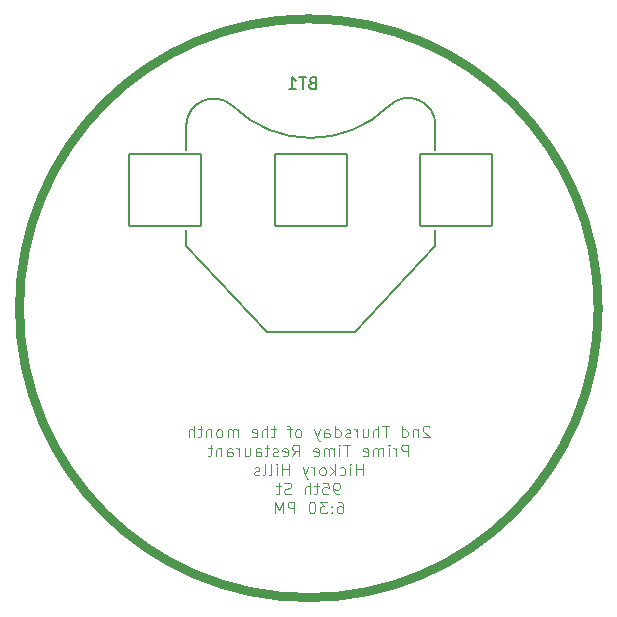
<source format=gbr>
G04 #@! TF.GenerationSoftware,KiCad,Pcbnew,8.0.6*
G04 #@! TF.CreationDate,2024-12-11T21:51:18-06:00*
G04 #@! TF.ProjectId,BCoin2024,42436f69-6e32-4303-9234-2e6b69636164,rev?*
G04 #@! TF.SameCoordinates,Original*
G04 #@! TF.FileFunction,Legend,Bot*
G04 #@! TF.FilePolarity,Positive*
%FSLAX46Y46*%
G04 Gerber Fmt 4.6, Leading zero omitted, Abs format (unit mm)*
G04 Created by KiCad (PCBNEW 8.0.6) date 2024-12-11 21:51:18*
%MOMM*%
%LPD*%
G01*
G04 APERTURE LIST*
G04 Aperture macros list*
%AMRoundRect*
0 Rectangle with rounded corners*
0 $1 Rounding radius*
0 $2 $3 $4 $5 $6 $7 $8 $9 X,Y pos of 4 corners*
0 Add a 4 corners polygon primitive as box body*
4,1,4,$2,$3,$4,$5,$6,$7,$8,$9,$2,$3,0*
0 Add four circle primitives for the rounded corners*
1,1,$1+$1,$2,$3*
1,1,$1+$1,$4,$5*
1,1,$1+$1,$6,$7*
1,1,$1+$1,$8,$9*
0 Add four rect primitives between the rounded corners*
20,1,$1+$1,$2,$3,$4,$5,0*
20,1,$1+$1,$4,$5,$6,$7,0*
20,1,$1+$1,$6,$7,$8,$9,0*
20,1,$1+$1,$8,$9,$2,$3,0*%
G04 Aperture macros list end*
%ADD10C,0.800000*%
%ADD11C,0.100000*%
%ADD12C,0.150000*%
%ADD13C,0.127000*%
%ADD14RoundRect,0.102000X3.035000X3.035000X-3.035000X3.035000X-3.035000X-3.035000X3.035000X-3.035000X0*%
G04 APERTURE END LIST*
D10*
X159000000Y-90000000D02*
G75*
G02*
X110000000Y-90000000I-24500000J0D01*
G01*
X110000000Y-90000000D02*
G75*
G02*
X159000000Y-90000000I24500000J0D01*
G01*
D11*
X144714287Y-100027881D02*
X144666668Y-99980262D01*
X144666668Y-99980262D02*
X144571430Y-99932643D01*
X144571430Y-99932643D02*
X144333335Y-99932643D01*
X144333335Y-99932643D02*
X144238097Y-99980262D01*
X144238097Y-99980262D02*
X144190478Y-100027881D01*
X144190478Y-100027881D02*
X144142859Y-100123119D01*
X144142859Y-100123119D02*
X144142859Y-100218357D01*
X144142859Y-100218357D02*
X144190478Y-100361214D01*
X144190478Y-100361214D02*
X144761906Y-100932643D01*
X144761906Y-100932643D02*
X144142859Y-100932643D01*
X143714287Y-100265976D02*
X143714287Y-100932643D01*
X143714287Y-100361214D02*
X143666668Y-100313595D01*
X143666668Y-100313595D02*
X143571430Y-100265976D01*
X143571430Y-100265976D02*
X143428573Y-100265976D01*
X143428573Y-100265976D02*
X143333335Y-100313595D01*
X143333335Y-100313595D02*
X143285716Y-100408833D01*
X143285716Y-100408833D02*
X143285716Y-100932643D01*
X142380954Y-100932643D02*
X142380954Y-99932643D01*
X142380954Y-100885024D02*
X142476192Y-100932643D01*
X142476192Y-100932643D02*
X142666668Y-100932643D01*
X142666668Y-100932643D02*
X142761906Y-100885024D01*
X142761906Y-100885024D02*
X142809525Y-100837404D01*
X142809525Y-100837404D02*
X142857144Y-100742166D01*
X142857144Y-100742166D02*
X142857144Y-100456452D01*
X142857144Y-100456452D02*
X142809525Y-100361214D01*
X142809525Y-100361214D02*
X142761906Y-100313595D01*
X142761906Y-100313595D02*
X142666668Y-100265976D01*
X142666668Y-100265976D02*
X142476192Y-100265976D01*
X142476192Y-100265976D02*
X142380954Y-100313595D01*
X141285715Y-99932643D02*
X140714287Y-99932643D01*
X141000001Y-100932643D02*
X141000001Y-99932643D01*
X140380953Y-100932643D02*
X140380953Y-99932643D01*
X139952382Y-100932643D02*
X139952382Y-100408833D01*
X139952382Y-100408833D02*
X140000001Y-100313595D01*
X140000001Y-100313595D02*
X140095239Y-100265976D01*
X140095239Y-100265976D02*
X140238096Y-100265976D01*
X140238096Y-100265976D02*
X140333334Y-100313595D01*
X140333334Y-100313595D02*
X140380953Y-100361214D01*
X139047620Y-100265976D02*
X139047620Y-100932643D01*
X139476191Y-100265976D02*
X139476191Y-100789785D01*
X139476191Y-100789785D02*
X139428572Y-100885024D01*
X139428572Y-100885024D02*
X139333334Y-100932643D01*
X139333334Y-100932643D02*
X139190477Y-100932643D01*
X139190477Y-100932643D02*
X139095239Y-100885024D01*
X139095239Y-100885024D02*
X139047620Y-100837404D01*
X138571429Y-100932643D02*
X138571429Y-100265976D01*
X138571429Y-100456452D02*
X138523810Y-100361214D01*
X138523810Y-100361214D02*
X138476191Y-100313595D01*
X138476191Y-100313595D02*
X138380953Y-100265976D01*
X138380953Y-100265976D02*
X138285715Y-100265976D01*
X138000000Y-100885024D02*
X137904762Y-100932643D01*
X137904762Y-100932643D02*
X137714286Y-100932643D01*
X137714286Y-100932643D02*
X137619048Y-100885024D01*
X137619048Y-100885024D02*
X137571429Y-100789785D01*
X137571429Y-100789785D02*
X137571429Y-100742166D01*
X137571429Y-100742166D02*
X137619048Y-100646928D01*
X137619048Y-100646928D02*
X137714286Y-100599309D01*
X137714286Y-100599309D02*
X137857143Y-100599309D01*
X137857143Y-100599309D02*
X137952381Y-100551690D01*
X137952381Y-100551690D02*
X138000000Y-100456452D01*
X138000000Y-100456452D02*
X138000000Y-100408833D01*
X138000000Y-100408833D02*
X137952381Y-100313595D01*
X137952381Y-100313595D02*
X137857143Y-100265976D01*
X137857143Y-100265976D02*
X137714286Y-100265976D01*
X137714286Y-100265976D02*
X137619048Y-100313595D01*
X136714286Y-100932643D02*
X136714286Y-99932643D01*
X136714286Y-100885024D02*
X136809524Y-100932643D01*
X136809524Y-100932643D02*
X137000000Y-100932643D01*
X137000000Y-100932643D02*
X137095238Y-100885024D01*
X137095238Y-100885024D02*
X137142857Y-100837404D01*
X137142857Y-100837404D02*
X137190476Y-100742166D01*
X137190476Y-100742166D02*
X137190476Y-100456452D01*
X137190476Y-100456452D02*
X137142857Y-100361214D01*
X137142857Y-100361214D02*
X137095238Y-100313595D01*
X137095238Y-100313595D02*
X137000000Y-100265976D01*
X137000000Y-100265976D02*
X136809524Y-100265976D01*
X136809524Y-100265976D02*
X136714286Y-100313595D01*
X135809524Y-100932643D02*
X135809524Y-100408833D01*
X135809524Y-100408833D02*
X135857143Y-100313595D01*
X135857143Y-100313595D02*
X135952381Y-100265976D01*
X135952381Y-100265976D02*
X136142857Y-100265976D01*
X136142857Y-100265976D02*
X136238095Y-100313595D01*
X135809524Y-100885024D02*
X135904762Y-100932643D01*
X135904762Y-100932643D02*
X136142857Y-100932643D01*
X136142857Y-100932643D02*
X136238095Y-100885024D01*
X136238095Y-100885024D02*
X136285714Y-100789785D01*
X136285714Y-100789785D02*
X136285714Y-100694547D01*
X136285714Y-100694547D02*
X136238095Y-100599309D01*
X136238095Y-100599309D02*
X136142857Y-100551690D01*
X136142857Y-100551690D02*
X135904762Y-100551690D01*
X135904762Y-100551690D02*
X135809524Y-100504071D01*
X135428571Y-100265976D02*
X135190476Y-100932643D01*
X134952381Y-100265976D02*
X135190476Y-100932643D01*
X135190476Y-100932643D02*
X135285714Y-101170738D01*
X135285714Y-101170738D02*
X135333333Y-101218357D01*
X135333333Y-101218357D02*
X135428571Y-101265976D01*
X133666666Y-100932643D02*
X133761904Y-100885024D01*
X133761904Y-100885024D02*
X133809523Y-100837404D01*
X133809523Y-100837404D02*
X133857142Y-100742166D01*
X133857142Y-100742166D02*
X133857142Y-100456452D01*
X133857142Y-100456452D02*
X133809523Y-100361214D01*
X133809523Y-100361214D02*
X133761904Y-100313595D01*
X133761904Y-100313595D02*
X133666666Y-100265976D01*
X133666666Y-100265976D02*
X133523809Y-100265976D01*
X133523809Y-100265976D02*
X133428571Y-100313595D01*
X133428571Y-100313595D02*
X133380952Y-100361214D01*
X133380952Y-100361214D02*
X133333333Y-100456452D01*
X133333333Y-100456452D02*
X133333333Y-100742166D01*
X133333333Y-100742166D02*
X133380952Y-100837404D01*
X133380952Y-100837404D02*
X133428571Y-100885024D01*
X133428571Y-100885024D02*
X133523809Y-100932643D01*
X133523809Y-100932643D02*
X133666666Y-100932643D01*
X133047618Y-100265976D02*
X132666666Y-100265976D01*
X132904761Y-100932643D02*
X132904761Y-100075500D01*
X132904761Y-100075500D02*
X132857142Y-99980262D01*
X132857142Y-99980262D02*
X132761904Y-99932643D01*
X132761904Y-99932643D02*
X132666666Y-99932643D01*
X131714284Y-100265976D02*
X131333332Y-100265976D01*
X131571427Y-99932643D02*
X131571427Y-100789785D01*
X131571427Y-100789785D02*
X131523808Y-100885024D01*
X131523808Y-100885024D02*
X131428570Y-100932643D01*
X131428570Y-100932643D02*
X131333332Y-100932643D01*
X130999998Y-100932643D02*
X130999998Y-99932643D01*
X130571427Y-100932643D02*
X130571427Y-100408833D01*
X130571427Y-100408833D02*
X130619046Y-100313595D01*
X130619046Y-100313595D02*
X130714284Y-100265976D01*
X130714284Y-100265976D02*
X130857141Y-100265976D01*
X130857141Y-100265976D02*
X130952379Y-100313595D01*
X130952379Y-100313595D02*
X130999998Y-100361214D01*
X129714284Y-100885024D02*
X129809522Y-100932643D01*
X129809522Y-100932643D02*
X129999998Y-100932643D01*
X129999998Y-100932643D02*
X130095236Y-100885024D01*
X130095236Y-100885024D02*
X130142855Y-100789785D01*
X130142855Y-100789785D02*
X130142855Y-100408833D01*
X130142855Y-100408833D02*
X130095236Y-100313595D01*
X130095236Y-100313595D02*
X129999998Y-100265976D01*
X129999998Y-100265976D02*
X129809522Y-100265976D01*
X129809522Y-100265976D02*
X129714284Y-100313595D01*
X129714284Y-100313595D02*
X129666665Y-100408833D01*
X129666665Y-100408833D02*
X129666665Y-100504071D01*
X129666665Y-100504071D02*
X130142855Y-100599309D01*
X128476188Y-100932643D02*
X128476188Y-100265976D01*
X128476188Y-100361214D02*
X128428569Y-100313595D01*
X128428569Y-100313595D02*
X128333331Y-100265976D01*
X128333331Y-100265976D02*
X128190474Y-100265976D01*
X128190474Y-100265976D02*
X128095236Y-100313595D01*
X128095236Y-100313595D02*
X128047617Y-100408833D01*
X128047617Y-100408833D02*
X128047617Y-100932643D01*
X128047617Y-100408833D02*
X127999998Y-100313595D01*
X127999998Y-100313595D02*
X127904760Y-100265976D01*
X127904760Y-100265976D02*
X127761903Y-100265976D01*
X127761903Y-100265976D02*
X127666664Y-100313595D01*
X127666664Y-100313595D02*
X127619045Y-100408833D01*
X127619045Y-100408833D02*
X127619045Y-100932643D01*
X126999998Y-100932643D02*
X127095236Y-100885024D01*
X127095236Y-100885024D02*
X127142855Y-100837404D01*
X127142855Y-100837404D02*
X127190474Y-100742166D01*
X127190474Y-100742166D02*
X127190474Y-100456452D01*
X127190474Y-100456452D02*
X127142855Y-100361214D01*
X127142855Y-100361214D02*
X127095236Y-100313595D01*
X127095236Y-100313595D02*
X126999998Y-100265976D01*
X126999998Y-100265976D02*
X126857141Y-100265976D01*
X126857141Y-100265976D02*
X126761903Y-100313595D01*
X126761903Y-100313595D02*
X126714284Y-100361214D01*
X126714284Y-100361214D02*
X126666665Y-100456452D01*
X126666665Y-100456452D02*
X126666665Y-100742166D01*
X126666665Y-100742166D02*
X126714284Y-100837404D01*
X126714284Y-100837404D02*
X126761903Y-100885024D01*
X126761903Y-100885024D02*
X126857141Y-100932643D01*
X126857141Y-100932643D02*
X126999998Y-100932643D01*
X126238093Y-100265976D02*
X126238093Y-100932643D01*
X126238093Y-100361214D02*
X126190474Y-100313595D01*
X126190474Y-100313595D02*
X126095236Y-100265976D01*
X126095236Y-100265976D02*
X125952379Y-100265976D01*
X125952379Y-100265976D02*
X125857141Y-100313595D01*
X125857141Y-100313595D02*
X125809522Y-100408833D01*
X125809522Y-100408833D02*
X125809522Y-100932643D01*
X125476188Y-100265976D02*
X125095236Y-100265976D01*
X125333331Y-99932643D02*
X125333331Y-100789785D01*
X125333331Y-100789785D02*
X125285712Y-100885024D01*
X125285712Y-100885024D02*
X125190474Y-100932643D01*
X125190474Y-100932643D02*
X125095236Y-100932643D01*
X124761902Y-100932643D02*
X124761902Y-99932643D01*
X124333331Y-100932643D02*
X124333331Y-100408833D01*
X124333331Y-100408833D02*
X124380950Y-100313595D01*
X124380950Y-100313595D02*
X124476188Y-100265976D01*
X124476188Y-100265976D02*
X124619045Y-100265976D01*
X124619045Y-100265976D02*
X124714283Y-100313595D01*
X124714283Y-100313595D02*
X124761902Y-100361214D01*
X142904762Y-102542587D02*
X142904762Y-101542587D01*
X142904762Y-101542587D02*
X142523810Y-101542587D01*
X142523810Y-101542587D02*
X142428572Y-101590206D01*
X142428572Y-101590206D02*
X142380953Y-101637825D01*
X142380953Y-101637825D02*
X142333334Y-101733063D01*
X142333334Y-101733063D02*
X142333334Y-101875920D01*
X142333334Y-101875920D02*
X142380953Y-101971158D01*
X142380953Y-101971158D02*
X142428572Y-102018777D01*
X142428572Y-102018777D02*
X142523810Y-102066396D01*
X142523810Y-102066396D02*
X142904762Y-102066396D01*
X141904762Y-102542587D02*
X141904762Y-101875920D01*
X141904762Y-102066396D02*
X141857143Y-101971158D01*
X141857143Y-101971158D02*
X141809524Y-101923539D01*
X141809524Y-101923539D02*
X141714286Y-101875920D01*
X141714286Y-101875920D02*
X141619048Y-101875920D01*
X141285714Y-102542587D02*
X141285714Y-101875920D01*
X141285714Y-101542587D02*
X141333333Y-101590206D01*
X141333333Y-101590206D02*
X141285714Y-101637825D01*
X141285714Y-101637825D02*
X141238095Y-101590206D01*
X141238095Y-101590206D02*
X141285714Y-101542587D01*
X141285714Y-101542587D02*
X141285714Y-101637825D01*
X140809524Y-102542587D02*
X140809524Y-101875920D01*
X140809524Y-101971158D02*
X140761905Y-101923539D01*
X140761905Y-101923539D02*
X140666667Y-101875920D01*
X140666667Y-101875920D02*
X140523810Y-101875920D01*
X140523810Y-101875920D02*
X140428572Y-101923539D01*
X140428572Y-101923539D02*
X140380953Y-102018777D01*
X140380953Y-102018777D02*
X140380953Y-102542587D01*
X140380953Y-102018777D02*
X140333334Y-101923539D01*
X140333334Y-101923539D02*
X140238096Y-101875920D01*
X140238096Y-101875920D02*
X140095239Y-101875920D01*
X140095239Y-101875920D02*
X140000000Y-101923539D01*
X140000000Y-101923539D02*
X139952381Y-102018777D01*
X139952381Y-102018777D02*
X139952381Y-102542587D01*
X139095239Y-102494968D02*
X139190477Y-102542587D01*
X139190477Y-102542587D02*
X139380953Y-102542587D01*
X139380953Y-102542587D02*
X139476191Y-102494968D01*
X139476191Y-102494968D02*
X139523810Y-102399729D01*
X139523810Y-102399729D02*
X139523810Y-102018777D01*
X139523810Y-102018777D02*
X139476191Y-101923539D01*
X139476191Y-101923539D02*
X139380953Y-101875920D01*
X139380953Y-101875920D02*
X139190477Y-101875920D01*
X139190477Y-101875920D02*
X139095239Y-101923539D01*
X139095239Y-101923539D02*
X139047620Y-102018777D01*
X139047620Y-102018777D02*
X139047620Y-102114015D01*
X139047620Y-102114015D02*
X139523810Y-102209253D01*
X138000000Y-101542587D02*
X137428572Y-101542587D01*
X137714286Y-102542587D02*
X137714286Y-101542587D01*
X137095238Y-102542587D02*
X137095238Y-101875920D01*
X137095238Y-101542587D02*
X137142857Y-101590206D01*
X137142857Y-101590206D02*
X137095238Y-101637825D01*
X137095238Y-101637825D02*
X137047619Y-101590206D01*
X137047619Y-101590206D02*
X137095238Y-101542587D01*
X137095238Y-101542587D02*
X137095238Y-101637825D01*
X136619048Y-102542587D02*
X136619048Y-101875920D01*
X136619048Y-101971158D02*
X136571429Y-101923539D01*
X136571429Y-101923539D02*
X136476191Y-101875920D01*
X136476191Y-101875920D02*
X136333334Y-101875920D01*
X136333334Y-101875920D02*
X136238096Y-101923539D01*
X136238096Y-101923539D02*
X136190477Y-102018777D01*
X136190477Y-102018777D02*
X136190477Y-102542587D01*
X136190477Y-102018777D02*
X136142858Y-101923539D01*
X136142858Y-101923539D02*
X136047620Y-101875920D01*
X136047620Y-101875920D02*
X135904763Y-101875920D01*
X135904763Y-101875920D02*
X135809524Y-101923539D01*
X135809524Y-101923539D02*
X135761905Y-102018777D01*
X135761905Y-102018777D02*
X135761905Y-102542587D01*
X134904763Y-102494968D02*
X135000001Y-102542587D01*
X135000001Y-102542587D02*
X135190477Y-102542587D01*
X135190477Y-102542587D02*
X135285715Y-102494968D01*
X135285715Y-102494968D02*
X135333334Y-102399729D01*
X135333334Y-102399729D02*
X135333334Y-102018777D01*
X135333334Y-102018777D02*
X135285715Y-101923539D01*
X135285715Y-101923539D02*
X135190477Y-101875920D01*
X135190477Y-101875920D02*
X135000001Y-101875920D01*
X135000001Y-101875920D02*
X134904763Y-101923539D01*
X134904763Y-101923539D02*
X134857144Y-102018777D01*
X134857144Y-102018777D02*
X134857144Y-102114015D01*
X134857144Y-102114015D02*
X135333334Y-102209253D01*
X133095239Y-102542587D02*
X133428572Y-102066396D01*
X133666667Y-102542587D02*
X133666667Y-101542587D01*
X133666667Y-101542587D02*
X133285715Y-101542587D01*
X133285715Y-101542587D02*
X133190477Y-101590206D01*
X133190477Y-101590206D02*
X133142858Y-101637825D01*
X133142858Y-101637825D02*
X133095239Y-101733063D01*
X133095239Y-101733063D02*
X133095239Y-101875920D01*
X133095239Y-101875920D02*
X133142858Y-101971158D01*
X133142858Y-101971158D02*
X133190477Y-102018777D01*
X133190477Y-102018777D02*
X133285715Y-102066396D01*
X133285715Y-102066396D02*
X133666667Y-102066396D01*
X132285715Y-102494968D02*
X132380953Y-102542587D01*
X132380953Y-102542587D02*
X132571429Y-102542587D01*
X132571429Y-102542587D02*
X132666667Y-102494968D01*
X132666667Y-102494968D02*
X132714286Y-102399729D01*
X132714286Y-102399729D02*
X132714286Y-102018777D01*
X132714286Y-102018777D02*
X132666667Y-101923539D01*
X132666667Y-101923539D02*
X132571429Y-101875920D01*
X132571429Y-101875920D02*
X132380953Y-101875920D01*
X132380953Y-101875920D02*
X132285715Y-101923539D01*
X132285715Y-101923539D02*
X132238096Y-102018777D01*
X132238096Y-102018777D02*
X132238096Y-102114015D01*
X132238096Y-102114015D02*
X132714286Y-102209253D01*
X131857143Y-102494968D02*
X131761905Y-102542587D01*
X131761905Y-102542587D02*
X131571429Y-102542587D01*
X131571429Y-102542587D02*
X131476191Y-102494968D01*
X131476191Y-102494968D02*
X131428572Y-102399729D01*
X131428572Y-102399729D02*
X131428572Y-102352110D01*
X131428572Y-102352110D02*
X131476191Y-102256872D01*
X131476191Y-102256872D02*
X131571429Y-102209253D01*
X131571429Y-102209253D02*
X131714286Y-102209253D01*
X131714286Y-102209253D02*
X131809524Y-102161634D01*
X131809524Y-102161634D02*
X131857143Y-102066396D01*
X131857143Y-102066396D02*
X131857143Y-102018777D01*
X131857143Y-102018777D02*
X131809524Y-101923539D01*
X131809524Y-101923539D02*
X131714286Y-101875920D01*
X131714286Y-101875920D02*
X131571429Y-101875920D01*
X131571429Y-101875920D02*
X131476191Y-101923539D01*
X131142857Y-101875920D02*
X130761905Y-101875920D01*
X131000000Y-101542587D02*
X131000000Y-102399729D01*
X131000000Y-102399729D02*
X130952381Y-102494968D01*
X130952381Y-102494968D02*
X130857143Y-102542587D01*
X130857143Y-102542587D02*
X130761905Y-102542587D01*
X130000000Y-102542587D02*
X130000000Y-102018777D01*
X130000000Y-102018777D02*
X130047619Y-101923539D01*
X130047619Y-101923539D02*
X130142857Y-101875920D01*
X130142857Y-101875920D02*
X130333333Y-101875920D01*
X130333333Y-101875920D02*
X130428571Y-101923539D01*
X130000000Y-102494968D02*
X130095238Y-102542587D01*
X130095238Y-102542587D02*
X130333333Y-102542587D01*
X130333333Y-102542587D02*
X130428571Y-102494968D01*
X130428571Y-102494968D02*
X130476190Y-102399729D01*
X130476190Y-102399729D02*
X130476190Y-102304491D01*
X130476190Y-102304491D02*
X130428571Y-102209253D01*
X130428571Y-102209253D02*
X130333333Y-102161634D01*
X130333333Y-102161634D02*
X130095238Y-102161634D01*
X130095238Y-102161634D02*
X130000000Y-102114015D01*
X129095238Y-101875920D02*
X129095238Y-102542587D01*
X129523809Y-101875920D02*
X129523809Y-102399729D01*
X129523809Y-102399729D02*
X129476190Y-102494968D01*
X129476190Y-102494968D02*
X129380952Y-102542587D01*
X129380952Y-102542587D02*
X129238095Y-102542587D01*
X129238095Y-102542587D02*
X129142857Y-102494968D01*
X129142857Y-102494968D02*
X129095238Y-102447348D01*
X128619047Y-102542587D02*
X128619047Y-101875920D01*
X128619047Y-102066396D02*
X128571428Y-101971158D01*
X128571428Y-101971158D02*
X128523809Y-101923539D01*
X128523809Y-101923539D02*
X128428571Y-101875920D01*
X128428571Y-101875920D02*
X128333333Y-101875920D01*
X127571428Y-102542587D02*
X127571428Y-102018777D01*
X127571428Y-102018777D02*
X127619047Y-101923539D01*
X127619047Y-101923539D02*
X127714285Y-101875920D01*
X127714285Y-101875920D02*
X127904761Y-101875920D01*
X127904761Y-101875920D02*
X127999999Y-101923539D01*
X127571428Y-102494968D02*
X127666666Y-102542587D01*
X127666666Y-102542587D02*
X127904761Y-102542587D01*
X127904761Y-102542587D02*
X127999999Y-102494968D01*
X127999999Y-102494968D02*
X128047618Y-102399729D01*
X128047618Y-102399729D02*
X128047618Y-102304491D01*
X128047618Y-102304491D02*
X127999999Y-102209253D01*
X127999999Y-102209253D02*
X127904761Y-102161634D01*
X127904761Y-102161634D02*
X127666666Y-102161634D01*
X127666666Y-102161634D02*
X127571428Y-102114015D01*
X127095237Y-101875920D02*
X127095237Y-102542587D01*
X127095237Y-101971158D02*
X127047618Y-101923539D01*
X127047618Y-101923539D02*
X126952380Y-101875920D01*
X126952380Y-101875920D02*
X126809523Y-101875920D01*
X126809523Y-101875920D02*
X126714285Y-101923539D01*
X126714285Y-101923539D02*
X126666666Y-102018777D01*
X126666666Y-102018777D02*
X126666666Y-102542587D01*
X126333332Y-101875920D02*
X125952380Y-101875920D01*
X126190475Y-101542587D02*
X126190475Y-102399729D01*
X126190475Y-102399729D02*
X126142856Y-102494968D01*
X126142856Y-102494968D02*
X126047618Y-102542587D01*
X126047618Y-102542587D02*
X125952380Y-102542587D01*
X139071428Y-104152531D02*
X139071428Y-103152531D01*
X139071428Y-103628721D02*
X138500000Y-103628721D01*
X138500000Y-104152531D02*
X138500000Y-103152531D01*
X138023809Y-104152531D02*
X138023809Y-103485864D01*
X138023809Y-103152531D02*
X138071428Y-103200150D01*
X138071428Y-103200150D02*
X138023809Y-103247769D01*
X138023809Y-103247769D02*
X137976190Y-103200150D01*
X137976190Y-103200150D02*
X138023809Y-103152531D01*
X138023809Y-103152531D02*
X138023809Y-103247769D01*
X137119048Y-104104912D02*
X137214286Y-104152531D01*
X137214286Y-104152531D02*
X137404762Y-104152531D01*
X137404762Y-104152531D02*
X137500000Y-104104912D01*
X137500000Y-104104912D02*
X137547619Y-104057292D01*
X137547619Y-104057292D02*
X137595238Y-103962054D01*
X137595238Y-103962054D02*
X137595238Y-103676340D01*
X137595238Y-103676340D02*
X137547619Y-103581102D01*
X137547619Y-103581102D02*
X137500000Y-103533483D01*
X137500000Y-103533483D02*
X137404762Y-103485864D01*
X137404762Y-103485864D02*
X137214286Y-103485864D01*
X137214286Y-103485864D02*
X137119048Y-103533483D01*
X136690476Y-104152531D02*
X136690476Y-103152531D01*
X136595238Y-103771578D02*
X136309524Y-104152531D01*
X136309524Y-103485864D02*
X136690476Y-103866816D01*
X135738095Y-104152531D02*
X135833333Y-104104912D01*
X135833333Y-104104912D02*
X135880952Y-104057292D01*
X135880952Y-104057292D02*
X135928571Y-103962054D01*
X135928571Y-103962054D02*
X135928571Y-103676340D01*
X135928571Y-103676340D02*
X135880952Y-103581102D01*
X135880952Y-103581102D02*
X135833333Y-103533483D01*
X135833333Y-103533483D02*
X135738095Y-103485864D01*
X135738095Y-103485864D02*
X135595238Y-103485864D01*
X135595238Y-103485864D02*
X135500000Y-103533483D01*
X135500000Y-103533483D02*
X135452381Y-103581102D01*
X135452381Y-103581102D02*
X135404762Y-103676340D01*
X135404762Y-103676340D02*
X135404762Y-103962054D01*
X135404762Y-103962054D02*
X135452381Y-104057292D01*
X135452381Y-104057292D02*
X135500000Y-104104912D01*
X135500000Y-104104912D02*
X135595238Y-104152531D01*
X135595238Y-104152531D02*
X135738095Y-104152531D01*
X134976190Y-104152531D02*
X134976190Y-103485864D01*
X134976190Y-103676340D02*
X134928571Y-103581102D01*
X134928571Y-103581102D02*
X134880952Y-103533483D01*
X134880952Y-103533483D02*
X134785714Y-103485864D01*
X134785714Y-103485864D02*
X134690476Y-103485864D01*
X134452380Y-103485864D02*
X134214285Y-104152531D01*
X133976190Y-103485864D02*
X134214285Y-104152531D01*
X134214285Y-104152531D02*
X134309523Y-104390626D01*
X134309523Y-104390626D02*
X134357142Y-104438245D01*
X134357142Y-104438245D02*
X134452380Y-104485864D01*
X132833332Y-104152531D02*
X132833332Y-103152531D01*
X132833332Y-103628721D02*
X132261904Y-103628721D01*
X132261904Y-104152531D02*
X132261904Y-103152531D01*
X131785713Y-104152531D02*
X131785713Y-103485864D01*
X131785713Y-103152531D02*
X131833332Y-103200150D01*
X131833332Y-103200150D02*
X131785713Y-103247769D01*
X131785713Y-103247769D02*
X131738094Y-103200150D01*
X131738094Y-103200150D02*
X131785713Y-103152531D01*
X131785713Y-103152531D02*
X131785713Y-103247769D01*
X131166666Y-104152531D02*
X131261904Y-104104912D01*
X131261904Y-104104912D02*
X131309523Y-104009673D01*
X131309523Y-104009673D02*
X131309523Y-103152531D01*
X130642856Y-104152531D02*
X130738094Y-104104912D01*
X130738094Y-104104912D02*
X130785713Y-104009673D01*
X130785713Y-104009673D02*
X130785713Y-103152531D01*
X130309522Y-104104912D02*
X130214284Y-104152531D01*
X130214284Y-104152531D02*
X130023808Y-104152531D01*
X130023808Y-104152531D02*
X129928570Y-104104912D01*
X129928570Y-104104912D02*
X129880951Y-104009673D01*
X129880951Y-104009673D02*
X129880951Y-103962054D01*
X129880951Y-103962054D02*
X129928570Y-103866816D01*
X129928570Y-103866816D02*
X130023808Y-103819197D01*
X130023808Y-103819197D02*
X130166665Y-103819197D01*
X130166665Y-103819197D02*
X130261903Y-103771578D01*
X130261903Y-103771578D02*
X130309522Y-103676340D01*
X130309522Y-103676340D02*
X130309522Y-103628721D01*
X130309522Y-103628721D02*
X130261903Y-103533483D01*
X130261903Y-103533483D02*
X130166665Y-103485864D01*
X130166665Y-103485864D02*
X130023808Y-103485864D01*
X130023808Y-103485864D02*
X129928570Y-103533483D01*
X137047619Y-105762475D02*
X136857143Y-105762475D01*
X136857143Y-105762475D02*
X136761905Y-105714856D01*
X136761905Y-105714856D02*
X136714286Y-105667236D01*
X136714286Y-105667236D02*
X136619048Y-105524379D01*
X136619048Y-105524379D02*
X136571429Y-105333903D01*
X136571429Y-105333903D02*
X136571429Y-104952951D01*
X136571429Y-104952951D02*
X136619048Y-104857713D01*
X136619048Y-104857713D02*
X136666667Y-104810094D01*
X136666667Y-104810094D02*
X136761905Y-104762475D01*
X136761905Y-104762475D02*
X136952381Y-104762475D01*
X136952381Y-104762475D02*
X137047619Y-104810094D01*
X137047619Y-104810094D02*
X137095238Y-104857713D01*
X137095238Y-104857713D02*
X137142857Y-104952951D01*
X137142857Y-104952951D02*
X137142857Y-105191046D01*
X137142857Y-105191046D02*
X137095238Y-105286284D01*
X137095238Y-105286284D02*
X137047619Y-105333903D01*
X137047619Y-105333903D02*
X136952381Y-105381522D01*
X136952381Y-105381522D02*
X136761905Y-105381522D01*
X136761905Y-105381522D02*
X136666667Y-105333903D01*
X136666667Y-105333903D02*
X136619048Y-105286284D01*
X136619048Y-105286284D02*
X136571429Y-105191046D01*
X135666667Y-104762475D02*
X136142857Y-104762475D01*
X136142857Y-104762475D02*
X136190476Y-105238665D01*
X136190476Y-105238665D02*
X136142857Y-105191046D01*
X136142857Y-105191046D02*
X136047619Y-105143427D01*
X136047619Y-105143427D02*
X135809524Y-105143427D01*
X135809524Y-105143427D02*
X135714286Y-105191046D01*
X135714286Y-105191046D02*
X135666667Y-105238665D01*
X135666667Y-105238665D02*
X135619048Y-105333903D01*
X135619048Y-105333903D02*
X135619048Y-105571998D01*
X135619048Y-105571998D02*
X135666667Y-105667236D01*
X135666667Y-105667236D02*
X135714286Y-105714856D01*
X135714286Y-105714856D02*
X135809524Y-105762475D01*
X135809524Y-105762475D02*
X136047619Y-105762475D01*
X136047619Y-105762475D02*
X136142857Y-105714856D01*
X136142857Y-105714856D02*
X136190476Y-105667236D01*
X135333333Y-105095808D02*
X134952381Y-105095808D01*
X135190476Y-104762475D02*
X135190476Y-105619617D01*
X135190476Y-105619617D02*
X135142857Y-105714856D01*
X135142857Y-105714856D02*
X135047619Y-105762475D01*
X135047619Y-105762475D02*
X134952381Y-105762475D01*
X134619047Y-105762475D02*
X134619047Y-104762475D01*
X134190476Y-105762475D02*
X134190476Y-105238665D01*
X134190476Y-105238665D02*
X134238095Y-105143427D01*
X134238095Y-105143427D02*
X134333333Y-105095808D01*
X134333333Y-105095808D02*
X134476190Y-105095808D01*
X134476190Y-105095808D02*
X134571428Y-105143427D01*
X134571428Y-105143427D02*
X134619047Y-105191046D01*
X132999999Y-105714856D02*
X132857142Y-105762475D01*
X132857142Y-105762475D02*
X132619047Y-105762475D01*
X132619047Y-105762475D02*
X132523809Y-105714856D01*
X132523809Y-105714856D02*
X132476190Y-105667236D01*
X132476190Y-105667236D02*
X132428571Y-105571998D01*
X132428571Y-105571998D02*
X132428571Y-105476760D01*
X132428571Y-105476760D02*
X132476190Y-105381522D01*
X132476190Y-105381522D02*
X132523809Y-105333903D01*
X132523809Y-105333903D02*
X132619047Y-105286284D01*
X132619047Y-105286284D02*
X132809523Y-105238665D01*
X132809523Y-105238665D02*
X132904761Y-105191046D01*
X132904761Y-105191046D02*
X132952380Y-105143427D01*
X132952380Y-105143427D02*
X132999999Y-105048189D01*
X132999999Y-105048189D02*
X132999999Y-104952951D01*
X132999999Y-104952951D02*
X132952380Y-104857713D01*
X132952380Y-104857713D02*
X132904761Y-104810094D01*
X132904761Y-104810094D02*
X132809523Y-104762475D01*
X132809523Y-104762475D02*
X132571428Y-104762475D01*
X132571428Y-104762475D02*
X132428571Y-104810094D01*
X132142856Y-105095808D02*
X131761904Y-105095808D01*
X131999999Y-104762475D02*
X131999999Y-105619617D01*
X131999999Y-105619617D02*
X131952380Y-105714856D01*
X131952380Y-105714856D02*
X131857142Y-105762475D01*
X131857142Y-105762475D02*
X131761904Y-105762475D01*
X136952380Y-106372419D02*
X137142856Y-106372419D01*
X137142856Y-106372419D02*
X137238094Y-106420038D01*
X137238094Y-106420038D02*
X137285713Y-106467657D01*
X137285713Y-106467657D02*
X137380951Y-106610514D01*
X137380951Y-106610514D02*
X137428570Y-106800990D01*
X137428570Y-106800990D02*
X137428570Y-107181942D01*
X137428570Y-107181942D02*
X137380951Y-107277180D01*
X137380951Y-107277180D02*
X137333332Y-107324800D01*
X137333332Y-107324800D02*
X137238094Y-107372419D01*
X137238094Y-107372419D02*
X137047618Y-107372419D01*
X137047618Y-107372419D02*
X136952380Y-107324800D01*
X136952380Y-107324800D02*
X136904761Y-107277180D01*
X136904761Y-107277180D02*
X136857142Y-107181942D01*
X136857142Y-107181942D02*
X136857142Y-106943847D01*
X136857142Y-106943847D02*
X136904761Y-106848609D01*
X136904761Y-106848609D02*
X136952380Y-106800990D01*
X136952380Y-106800990D02*
X137047618Y-106753371D01*
X137047618Y-106753371D02*
X137238094Y-106753371D01*
X137238094Y-106753371D02*
X137333332Y-106800990D01*
X137333332Y-106800990D02*
X137380951Y-106848609D01*
X137380951Y-106848609D02*
X137428570Y-106943847D01*
X136428570Y-107277180D02*
X136380951Y-107324800D01*
X136380951Y-107324800D02*
X136428570Y-107372419D01*
X136428570Y-107372419D02*
X136476189Y-107324800D01*
X136476189Y-107324800D02*
X136428570Y-107277180D01*
X136428570Y-107277180D02*
X136428570Y-107372419D01*
X136428570Y-106753371D02*
X136380951Y-106800990D01*
X136380951Y-106800990D02*
X136428570Y-106848609D01*
X136428570Y-106848609D02*
X136476189Y-106800990D01*
X136476189Y-106800990D02*
X136428570Y-106753371D01*
X136428570Y-106753371D02*
X136428570Y-106848609D01*
X136047618Y-106372419D02*
X135428571Y-106372419D01*
X135428571Y-106372419D02*
X135761904Y-106753371D01*
X135761904Y-106753371D02*
X135619047Y-106753371D01*
X135619047Y-106753371D02*
X135523809Y-106800990D01*
X135523809Y-106800990D02*
X135476190Y-106848609D01*
X135476190Y-106848609D02*
X135428571Y-106943847D01*
X135428571Y-106943847D02*
X135428571Y-107181942D01*
X135428571Y-107181942D02*
X135476190Y-107277180D01*
X135476190Y-107277180D02*
X135523809Y-107324800D01*
X135523809Y-107324800D02*
X135619047Y-107372419D01*
X135619047Y-107372419D02*
X135904761Y-107372419D01*
X135904761Y-107372419D02*
X135999999Y-107324800D01*
X135999999Y-107324800D02*
X136047618Y-107277180D01*
X134809523Y-106372419D02*
X134714285Y-106372419D01*
X134714285Y-106372419D02*
X134619047Y-106420038D01*
X134619047Y-106420038D02*
X134571428Y-106467657D01*
X134571428Y-106467657D02*
X134523809Y-106562895D01*
X134523809Y-106562895D02*
X134476190Y-106753371D01*
X134476190Y-106753371D02*
X134476190Y-106991466D01*
X134476190Y-106991466D02*
X134523809Y-107181942D01*
X134523809Y-107181942D02*
X134571428Y-107277180D01*
X134571428Y-107277180D02*
X134619047Y-107324800D01*
X134619047Y-107324800D02*
X134714285Y-107372419D01*
X134714285Y-107372419D02*
X134809523Y-107372419D01*
X134809523Y-107372419D02*
X134904761Y-107324800D01*
X134904761Y-107324800D02*
X134952380Y-107277180D01*
X134952380Y-107277180D02*
X134999999Y-107181942D01*
X134999999Y-107181942D02*
X135047618Y-106991466D01*
X135047618Y-106991466D02*
X135047618Y-106753371D01*
X135047618Y-106753371D02*
X134999999Y-106562895D01*
X134999999Y-106562895D02*
X134952380Y-106467657D01*
X134952380Y-106467657D02*
X134904761Y-106420038D01*
X134904761Y-106420038D02*
X134809523Y-106372419D01*
X133285713Y-107372419D02*
X133285713Y-106372419D01*
X133285713Y-106372419D02*
X132904761Y-106372419D01*
X132904761Y-106372419D02*
X132809523Y-106420038D01*
X132809523Y-106420038D02*
X132761904Y-106467657D01*
X132761904Y-106467657D02*
X132714285Y-106562895D01*
X132714285Y-106562895D02*
X132714285Y-106705752D01*
X132714285Y-106705752D02*
X132761904Y-106800990D01*
X132761904Y-106800990D02*
X132809523Y-106848609D01*
X132809523Y-106848609D02*
X132904761Y-106896228D01*
X132904761Y-106896228D02*
X133285713Y-106896228D01*
X132285713Y-107372419D02*
X132285713Y-106372419D01*
X132285713Y-106372419D02*
X131952380Y-107086704D01*
X131952380Y-107086704D02*
X131619047Y-106372419D01*
X131619047Y-106372419D02*
X131619047Y-107372419D01*
D12*
X134787112Y-70930900D02*
X134644000Y-70978604D01*
X134644000Y-70978604D02*
X134596297Y-71026308D01*
X134596297Y-71026308D02*
X134548593Y-71121716D01*
X134548593Y-71121716D02*
X134548593Y-71264827D01*
X134548593Y-71264827D02*
X134596297Y-71360235D01*
X134596297Y-71360235D02*
X134644000Y-71407939D01*
X134644000Y-71407939D02*
X134739408Y-71455642D01*
X134739408Y-71455642D02*
X135121038Y-71455642D01*
X135121038Y-71455642D02*
X135121038Y-70453862D01*
X135121038Y-70453862D02*
X134787112Y-70453862D01*
X134787112Y-70453862D02*
X134691704Y-70501566D01*
X134691704Y-70501566D02*
X134644000Y-70549270D01*
X134644000Y-70549270D02*
X134596297Y-70644678D01*
X134596297Y-70644678D02*
X134596297Y-70740085D01*
X134596297Y-70740085D02*
X134644000Y-70835493D01*
X134644000Y-70835493D02*
X134691704Y-70883197D01*
X134691704Y-70883197D02*
X134787112Y-70930900D01*
X134787112Y-70930900D02*
X135121038Y-70930900D01*
X134262370Y-70453862D02*
X133689924Y-70453862D01*
X133976147Y-71455642D02*
X133976147Y-70453862D01*
X132831256Y-71455642D02*
X133403701Y-71455642D01*
X133117478Y-71455642D02*
X133117478Y-70453862D01*
X133117478Y-70453862D02*
X133212886Y-70596974D01*
X133212886Y-70596974D02*
X133308294Y-70692381D01*
X133308294Y-70692381D02*
X133403701Y-70740085D01*
D13*
X124115000Y-74540000D02*
X124115000Y-76645000D01*
X124115000Y-83355000D02*
X124115000Y-84750000D01*
X130920000Y-92050000D02*
X124115000Y-84750000D01*
X138420000Y-92050000D02*
X130920000Y-92050000D01*
X145225000Y-74540000D02*
X145225000Y-76645000D01*
X145225000Y-83355000D02*
X145225000Y-84750000D01*
X145225000Y-84750000D02*
X138420000Y-92050000D01*
X124115000Y-74540000D02*
G75*
G02*
X128019999Y-72845003I2342010J-49870D01*
G01*
X141320000Y-72845000D02*
G75*
G02*
X128020000Y-72845000I-6650000J6705887D01*
G01*
X141320000Y-72845000D02*
G75*
G02*
X145225001Y-74540000I1599373J-1661047D01*
G01*
%LPC*%
D14*
X134670000Y-80000000D03*
X147000000Y-80000000D03*
X122340000Y-80000000D03*
%LPD*%
M02*

</source>
